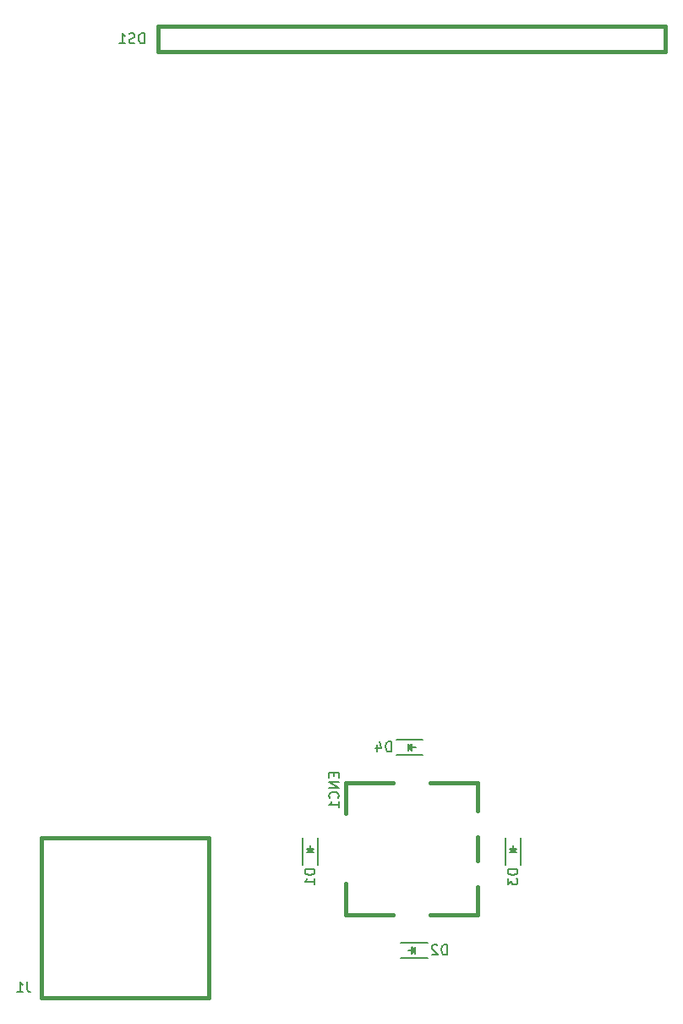
<source format=gbr>
G04 #@! TF.FileFunction,Legend,Bot*
%FSLAX46Y46*%
G04 Gerber Fmt 4.6, Leading zero omitted, Abs format (unit mm)*
G04 Created by KiCad (PCBNEW 4.0.2+dfsg1-stable) date Thu 23 Aug 2018 11:31:02 AM EDT*
%MOMM*%
G01*
G04 APERTURE LIST*
%ADD10C,0.100000*%
%ADD11C,0.381000*%
%ADD12C,0.150000*%
G04 APERTURE END LIST*
D10*
D11*
X72644000Y-52324000D02*
X123444000Y-52324000D01*
X72644000Y-54864000D02*
X72644000Y-52324000D01*
X123444000Y-54864000D02*
X72644000Y-54864000D01*
X123444000Y-52324000D02*
X123444000Y-54864000D01*
D12*
X87134000Y-136220000D02*
X87134000Y-133520000D01*
X88634000Y-136220000D02*
X88634000Y-133520000D01*
X87734000Y-134720000D02*
X87984000Y-134720000D01*
X87984000Y-134720000D02*
X87834000Y-134870000D01*
X88234000Y-134970000D02*
X87534000Y-134970000D01*
X87884000Y-134620000D02*
X87884000Y-134270000D01*
X87884000Y-134970000D02*
X88234000Y-134620000D01*
X88234000Y-134620000D02*
X87534000Y-134620000D01*
X87534000Y-134620000D02*
X87884000Y-134970000D01*
X99644000Y-145530000D02*
X96944000Y-145530000D01*
X99644000Y-144030000D02*
X96944000Y-144030000D01*
X98144000Y-144930000D02*
X98144000Y-144680000D01*
X98144000Y-144680000D02*
X98294000Y-144830000D01*
X98394000Y-144430000D02*
X98394000Y-145130000D01*
X98044000Y-144780000D02*
X97694000Y-144780000D01*
X98394000Y-144780000D02*
X98044000Y-144430000D01*
X98044000Y-144430000D02*
X98044000Y-145130000D01*
X98044000Y-145130000D02*
X98394000Y-144780000D01*
X107454000Y-136220000D02*
X107454000Y-133520000D01*
X108954000Y-136220000D02*
X108954000Y-133520000D01*
X108054000Y-134720000D02*
X108304000Y-134720000D01*
X108304000Y-134720000D02*
X108154000Y-134870000D01*
X108554000Y-134970000D02*
X107854000Y-134970000D01*
X108204000Y-134620000D02*
X108204000Y-134270000D01*
X108204000Y-134970000D02*
X108554000Y-134620000D01*
X108554000Y-134620000D02*
X107854000Y-134620000D01*
X107854000Y-134620000D02*
X108204000Y-134970000D01*
X96477020Y-123710000D02*
X99177020Y-123710000D01*
X96477020Y-125210000D02*
X99177020Y-125210000D01*
X97977020Y-124310000D02*
X97977020Y-124560000D01*
X97977020Y-124560000D02*
X97827020Y-124410000D01*
X97727020Y-124810000D02*
X97727020Y-124110000D01*
X98077020Y-124460000D02*
X98427020Y-124460000D01*
X97727020Y-124460000D02*
X98077020Y-124810000D01*
X98077020Y-124810000D02*
X98077020Y-124110000D01*
X98077020Y-124110000D02*
X97727020Y-124460000D01*
D11*
X104644000Y-133420000D02*
X104644000Y-135820000D01*
X104644000Y-128020000D02*
X99944000Y-128020000D01*
X104644000Y-130820000D02*
X104644000Y-128020000D01*
X104644000Y-141220000D02*
X104644000Y-138420000D01*
X104644000Y-141220000D02*
X99944000Y-141220000D01*
X96144000Y-128020000D02*
X91444000Y-128020000D01*
X91444000Y-131120000D02*
X91444000Y-128020000D01*
X91444000Y-141220000D02*
X91444000Y-138120000D01*
X96144000Y-141220000D02*
X91444000Y-141220000D01*
X60960000Y-133527800D02*
X77724000Y-133527800D01*
X60960000Y-149529800D02*
X60960000Y-133527800D01*
X77724000Y-149529800D02*
X60960000Y-149529800D01*
X77724000Y-133527800D02*
X77724000Y-149529800D01*
D12*
X71258286Y-54046381D02*
X71258286Y-53046381D01*
X71020191Y-53046381D01*
X70877333Y-53094000D01*
X70782095Y-53189238D01*
X70734476Y-53284476D01*
X70686857Y-53474952D01*
X70686857Y-53617810D01*
X70734476Y-53808286D01*
X70782095Y-53903524D01*
X70877333Y-53998762D01*
X71020191Y-54046381D01*
X71258286Y-54046381D01*
X70305905Y-53998762D02*
X70163048Y-54046381D01*
X69924952Y-54046381D01*
X69829714Y-53998762D01*
X69782095Y-53951143D01*
X69734476Y-53855905D01*
X69734476Y-53760667D01*
X69782095Y-53665429D01*
X69829714Y-53617810D01*
X69924952Y-53570190D01*
X70115429Y-53522571D01*
X70210667Y-53474952D01*
X70258286Y-53427333D01*
X70305905Y-53332095D01*
X70305905Y-53236857D01*
X70258286Y-53141619D01*
X70210667Y-53094000D01*
X70115429Y-53046381D01*
X69877333Y-53046381D01*
X69734476Y-53094000D01*
X68782095Y-54046381D02*
X69353524Y-54046381D01*
X69067810Y-54046381D02*
X69067810Y-53046381D01*
X69163048Y-53189238D01*
X69258286Y-53284476D01*
X69353524Y-53332095D01*
X88336381Y-136675905D02*
X87336381Y-136675905D01*
X87336381Y-136914000D01*
X87384000Y-137056858D01*
X87479238Y-137152096D01*
X87574476Y-137199715D01*
X87764952Y-137247334D01*
X87907810Y-137247334D01*
X88098286Y-137199715D01*
X88193524Y-137152096D01*
X88288762Y-137056858D01*
X88336381Y-136914000D01*
X88336381Y-136675905D01*
X88336381Y-138199715D02*
X88336381Y-137628286D01*
X88336381Y-137914000D02*
X87336381Y-137914000D01*
X87479238Y-137818762D01*
X87574476Y-137723524D01*
X87622095Y-137628286D01*
X101576095Y-145232381D02*
X101576095Y-144232381D01*
X101338000Y-144232381D01*
X101195142Y-144280000D01*
X101099904Y-144375238D01*
X101052285Y-144470476D01*
X101004666Y-144660952D01*
X101004666Y-144803810D01*
X101052285Y-144994286D01*
X101099904Y-145089524D01*
X101195142Y-145184762D01*
X101338000Y-145232381D01*
X101576095Y-145232381D01*
X100623714Y-144327619D02*
X100576095Y-144280000D01*
X100480857Y-144232381D01*
X100242761Y-144232381D01*
X100147523Y-144280000D01*
X100099904Y-144327619D01*
X100052285Y-144422857D01*
X100052285Y-144518095D01*
X100099904Y-144660952D01*
X100671333Y-145232381D01*
X100052285Y-145232381D01*
X108656381Y-136675905D02*
X107656381Y-136675905D01*
X107656381Y-136914000D01*
X107704000Y-137056858D01*
X107799238Y-137152096D01*
X107894476Y-137199715D01*
X108084952Y-137247334D01*
X108227810Y-137247334D01*
X108418286Y-137199715D01*
X108513524Y-137152096D01*
X108608762Y-137056858D01*
X108656381Y-136914000D01*
X108656381Y-136675905D01*
X107656381Y-137580667D02*
X107656381Y-138199715D01*
X108037333Y-137866381D01*
X108037333Y-138009239D01*
X108084952Y-138104477D01*
X108132571Y-138152096D01*
X108227810Y-138199715D01*
X108465905Y-138199715D01*
X108561143Y-138152096D01*
X108608762Y-138104477D01*
X108656381Y-138009239D01*
X108656381Y-137723524D01*
X108608762Y-137628286D01*
X108561143Y-137580667D01*
X95988095Y-124912381D02*
X95988095Y-123912381D01*
X95750000Y-123912381D01*
X95607142Y-123960000D01*
X95511904Y-124055238D01*
X95464285Y-124150476D01*
X95416666Y-124340952D01*
X95416666Y-124483810D01*
X95464285Y-124674286D01*
X95511904Y-124769524D01*
X95607142Y-124864762D01*
X95750000Y-124912381D01*
X95988095Y-124912381D01*
X94559523Y-124245714D02*
X94559523Y-124912381D01*
X94797619Y-123864762D02*
X95035714Y-124579048D01*
X94416666Y-124579048D01*
X90218571Y-127023714D02*
X90218571Y-127357048D01*
X90742381Y-127499905D02*
X90742381Y-127023714D01*
X89742381Y-127023714D01*
X89742381Y-127499905D01*
X90742381Y-127928476D02*
X89742381Y-127928476D01*
X90742381Y-128499905D01*
X89742381Y-128499905D01*
X90647143Y-129547524D02*
X90694762Y-129499905D01*
X90742381Y-129357048D01*
X90742381Y-129261810D01*
X90694762Y-129118952D01*
X90599524Y-129023714D01*
X90504286Y-128976095D01*
X90313810Y-128928476D01*
X90170952Y-128928476D01*
X89980476Y-128976095D01*
X89885238Y-129023714D01*
X89790000Y-129118952D01*
X89742381Y-129261810D01*
X89742381Y-129357048D01*
X89790000Y-129499905D01*
X89837619Y-129547524D01*
X90742381Y-130499905D02*
X90742381Y-129928476D01*
X90742381Y-130214190D02*
X89742381Y-130214190D01*
X89885238Y-130118952D01*
X89980476Y-130023714D01*
X90028095Y-129928476D01*
X59515333Y-147966181D02*
X59515333Y-148680467D01*
X59562953Y-148823324D01*
X59658191Y-148918562D01*
X59801048Y-148966181D01*
X59896286Y-148966181D01*
X58515333Y-148966181D02*
X59086762Y-148966181D01*
X58801048Y-148966181D02*
X58801048Y-147966181D01*
X58896286Y-148109038D01*
X58991524Y-148204276D01*
X59086762Y-148251895D01*
M02*

</source>
